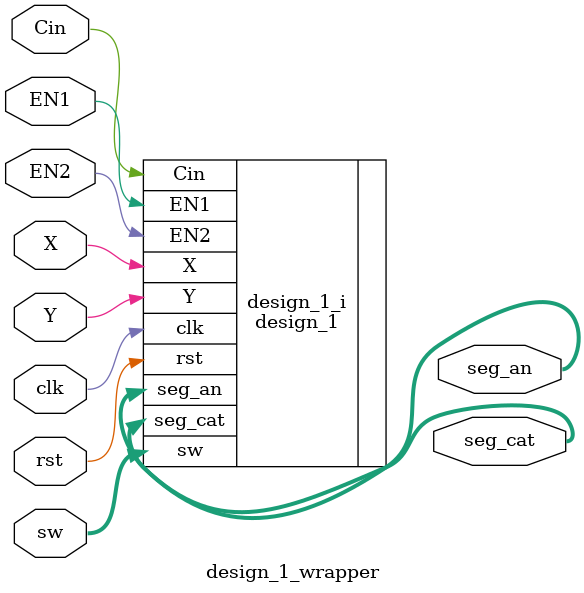
<source format=v>
`timescale 1 ps / 1 ps

module design_1_wrapper
   (Cin,
    EN1,
    EN2,
    X,
    Y,
    clk,
    rst,
    seg_an,
    seg_cat,
    sw);
  input Cin;
  input EN1;
  input EN2;
  input X;
  input Y;
  input clk;
  input rst;
  output [3:0]seg_an;
  output [7:0]seg_cat;
  input [7:0]sw;

  wire Cin;
  wire EN1;
  wire EN2;
  wire X;
  wire Y;
  wire clk;
  wire rst;
  wire [3:0]seg_an;
  wire [7:0]seg_cat;
  wire [7:0]sw;

  design_1 design_1_i
       (.Cin(Cin),
        .EN1(EN1),
        .EN2(EN2),
        .X(X),
        .Y(Y),
        .clk(clk),
        .rst(rst),
        .seg_an(seg_an),
        .seg_cat(seg_cat),
        .sw(sw));
endmodule

</source>
